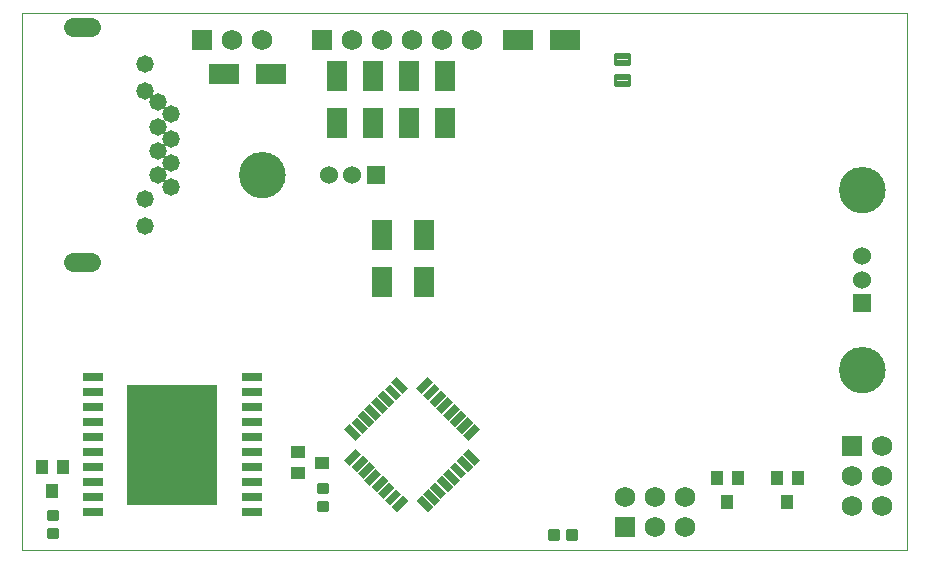
<source format=gts>
G75*
%MOIN*%
%OFA0B0*%
%FSLAX24Y24*%
%IPPOS*%
%LPD*%
%AMOC8*
5,1,8,0,0,1.08239X$1,22.5*
%
%ADD10C,0.0000*%
%ADD11C,0.1535*%
%ADD12R,0.0595X0.0595*%
%ADD13C,0.0600*%
%ADD14R,0.0490X0.0440*%
%ADD15R,0.0440X0.0490*%
%ADD16R,0.0540X0.0260*%
%ADD17R,0.0260X0.0540*%
%ADD18C,0.0098*%
%ADD19C,0.0631*%
%ADD20C,0.0580*%
%ADD21C,0.0110*%
%ADD22R,0.0690X0.0290*%
%ADD23R,0.3040X0.4040*%
%ADD24R,0.0690X0.0690*%
%ADD25C,0.0690*%
%ADD26R,0.0709X0.1024*%
%ADD27R,0.1024X0.0709*%
D10*
X002304Y000981D02*
X002304Y018851D01*
X031796Y018851D01*
X031796Y000981D01*
X002304Y000981D01*
X009557Y013481D02*
X009559Y013536D01*
X009565Y013590D01*
X009575Y013643D01*
X009589Y013696D01*
X009606Y013748D01*
X009628Y013798D01*
X009653Y013847D01*
X009681Y013893D01*
X009713Y013938D01*
X009748Y013979D01*
X009786Y014019D01*
X009826Y014055D01*
X009869Y014089D01*
X009915Y014119D01*
X009962Y014145D01*
X010012Y014168D01*
X010063Y014188D01*
X010115Y014204D01*
X010168Y014216D01*
X010222Y014224D01*
X010277Y014228D01*
X010331Y014228D01*
X010386Y014224D01*
X010440Y014216D01*
X010493Y014204D01*
X010545Y014188D01*
X010596Y014168D01*
X010646Y014145D01*
X010693Y014119D01*
X010739Y014089D01*
X010782Y014055D01*
X010822Y014019D01*
X010860Y013979D01*
X010895Y013938D01*
X010927Y013893D01*
X010955Y013847D01*
X010980Y013798D01*
X011002Y013748D01*
X011019Y013696D01*
X011033Y013643D01*
X011043Y013590D01*
X011049Y013536D01*
X011051Y013481D01*
X011049Y013426D01*
X011043Y013372D01*
X011033Y013319D01*
X011019Y013266D01*
X011002Y013214D01*
X010980Y013164D01*
X010955Y013115D01*
X010927Y013069D01*
X010895Y013024D01*
X010860Y012983D01*
X010822Y012943D01*
X010782Y012907D01*
X010739Y012873D01*
X010693Y012843D01*
X010646Y012817D01*
X010596Y012794D01*
X010545Y012774D01*
X010493Y012758D01*
X010440Y012746D01*
X010386Y012738D01*
X010331Y012734D01*
X010277Y012734D01*
X010222Y012738D01*
X010168Y012746D01*
X010115Y012758D01*
X010063Y012774D01*
X010012Y012794D01*
X009962Y012817D01*
X009915Y012843D01*
X009869Y012873D01*
X009826Y012907D01*
X009786Y012943D01*
X009748Y012983D01*
X009713Y013024D01*
X009681Y013069D01*
X009653Y013115D01*
X009628Y013164D01*
X009606Y013214D01*
X009589Y013266D01*
X009575Y013319D01*
X009565Y013372D01*
X009559Y013426D01*
X009557Y013481D01*
X029557Y012981D02*
X029559Y013036D01*
X029565Y013090D01*
X029575Y013143D01*
X029589Y013196D01*
X029606Y013248D01*
X029628Y013298D01*
X029653Y013347D01*
X029681Y013393D01*
X029713Y013438D01*
X029748Y013479D01*
X029786Y013519D01*
X029826Y013555D01*
X029869Y013589D01*
X029915Y013619D01*
X029962Y013645D01*
X030012Y013668D01*
X030063Y013688D01*
X030115Y013704D01*
X030168Y013716D01*
X030222Y013724D01*
X030277Y013728D01*
X030331Y013728D01*
X030386Y013724D01*
X030440Y013716D01*
X030493Y013704D01*
X030545Y013688D01*
X030596Y013668D01*
X030646Y013645D01*
X030693Y013619D01*
X030739Y013589D01*
X030782Y013555D01*
X030822Y013519D01*
X030860Y013479D01*
X030895Y013438D01*
X030927Y013393D01*
X030955Y013347D01*
X030980Y013298D01*
X031002Y013248D01*
X031019Y013196D01*
X031033Y013143D01*
X031043Y013090D01*
X031049Y013036D01*
X031051Y012981D01*
X031049Y012926D01*
X031043Y012872D01*
X031033Y012819D01*
X031019Y012766D01*
X031002Y012714D01*
X030980Y012664D01*
X030955Y012615D01*
X030927Y012569D01*
X030895Y012524D01*
X030860Y012483D01*
X030822Y012443D01*
X030782Y012407D01*
X030739Y012373D01*
X030693Y012343D01*
X030646Y012317D01*
X030596Y012294D01*
X030545Y012274D01*
X030493Y012258D01*
X030440Y012246D01*
X030386Y012238D01*
X030331Y012234D01*
X030277Y012234D01*
X030222Y012238D01*
X030168Y012246D01*
X030115Y012258D01*
X030063Y012274D01*
X030012Y012294D01*
X029962Y012317D01*
X029915Y012343D01*
X029869Y012373D01*
X029826Y012407D01*
X029786Y012443D01*
X029748Y012483D01*
X029713Y012524D01*
X029681Y012569D01*
X029653Y012615D01*
X029628Y012664D01*
X029606Y012714D01*
X029589Y012766D01*
X029575Y012819D01*
X029565Y012872D01*
X029559Y012926D01*
X029557Y012981D01*
X029557Y006981D02*
X029559Y007036D01*
X029565Y007090D01*
X029575Y007143D01*
X029589Y007196D01*
X029606Y007248D01*
X029628Y007298D01*
X029653Y007347D01*
X029681Y007393D01*
X029713Y007438D01*
X029748Y007479D01*
X029786Y007519D01*
X029826Y007555D01*
X029869Y007589D01*
X029915Y007619D01*
X029962Y007645D01*
X030012Y007668D01*
X030063Y007688D01*
X030115Y007704D01*
X030168Y007716D01*
X030222Y007724D01*
X030277Y007728D01*
X030331Y007728D01*
X030386Y007724D01*
X030440Y007716D01*
X030493Y007704D01*
X030545Y007688D01*
X030596Y007668D01*
X030646Y007645D01*
X030693Y007619D01*
X030739Y007589D01*
X030782Y007555D01*
X030822Y007519D01*
X030860Y007479D01*
X030895Y007438D01*
X030927Y007393D01*
X030955Y007347D01*
X030980Y007298D01*
X031002Y007248D01*
X031019Y007196D01*
X031033Y007143D01*
X031043Y007090D01*
X031049Y007036D01*
X031051Y006981D01*
X031049Y006926D01*
X031043Y006872D01*
X031033Y006819D01*
X031019Y006766D01*
X031002Y006714D01*
X030980Y006664D01*
X030955Y006615D01*
X030927Y006569D01*
X030895Y006524D01*
X030860Y006483D01*
X030822Y006443D01*
X030782Y006407D01*
X030739Y006373D01*
X030693Y006343D01*
X030646Y006317D01*
X030596Y006294D01*
X030545Y006274D01*
X030493Y006258D01*
X030440Y006246D01*
X030386Y006238D01*
X030331Y006234D01*
X030277Y006234D01*
X030222Y006238D01*
X030168Y006246D01*
X030115Y006258D01*
X030063Y006274D01*
X030012Y006294D01*
X029962Y006317D01*
X029915Y006343D01*
X029869Y006373D01*
X029826Y006407D01*
X029786Y006443D01*
X029748Y006483D01*
X029713Y006524D01*
X029681Y006569D01*
X029653Y006615D01*
X029628Y006664D01*
X029606Y006714D01*
X029589Y006766D01*
X029575Y006819D01*
X029565Y006872D01*
X029559Y006926D01*
X029557Y006981D01*
D11*
X030304Y006981D03*
X030304Y012981D03*
X010304Y013481D03*
D12*
X014091Y013481D03*
X030304Y009194D03*
D13*
X030304Y009981D03*
X030304Y010768D03*
X013304Y013481D03*
X012517Y013481D03*
D14*
X011504Y004231D03*
X011504Y003531D03*
X012304Y003881D03*
D15*
X003654Y003731D03*
X002954Y003731D03*
X003304Y002931D03*
X025454Y003381D03*
X026154Y003381D03*
X025804Y002581D03*
X027454Y003381D03*
X028154Y003381D03*
X027804Y002581D03*
D16*
G36*
X017376Y003783D02*
X016996Y004163D01*
X017180Y004347D01*
X017560Y003967D01*
X017376Y003783D01*
G37*
G36*
X017154Y003561D02*
X016774Y003941D01*
X016958Y004125D01*
X017338Y003745D01*
X017154Y003561D01*
G37*
G36*
X016931Y003338D02*
X016551Y003718D01*
X016735Y003902D01*
X017115Y003522D01*
X016931Y003338D01*
G37*
G36*
X016708Y003115D02*
X016328Y003495D01*
X016512Y003679D01*
X016892Y003299D01*
X016708Y003115D01*
G37*
G36*
X016486Y002893D02*
X016106Y003273D01*
X016290Y003457D01*
X016670Y003077D01*
X016486Y002893D01*
G37*
G36*
X016263Y002670D02*
X015883Y003050D01*
X016067Y003234D01*
X016447Y002854D01*
X016263Y002670D01*
G37*
G36*
X016040Y002447D02*
X015660Y002827D01*
X015844Y003011D01*
X016224Y002631D01*
X016040Y002447D01*
G37*
G36*
X015818Y002224D02*
X015438Y002604D01*
X015622Y002788D01*
X016002Y002408D01*
X015818Y002224D01*
G37*
G36*
X013427Y004614D02*
X013047Y004994D01*
X013231Y005178D01*
X013611Y004798D01*
X013427Y004614D01*
G37*
G36*
X013650Y004837D02*
X013270Y005217D01*
X013454Y005401D01*
X013834Y005021D01*
X013650Y004837D01*
G37*
G36*
X013873Y005060D02*
X013493Y005440D01*
X013677Y005624D01*
X014057Y005244D01*
X013873Y005060D01*
G37*
G36*
X014096Y005283D02*
X013716Y005663D01*
X013900Y005847D01*
X014280Y005467D01*
X014096Y005283D01*
G37*
G36*
X014318Y005505D02*
X013938Y005885D01*
X014122Y006069D01*
X014502Y005689D01*
X014318Y005505D01*
G37*
G36*
X014541Y005728D02*
X014161Y006108D01*
X014345Y006292D01*
X014725Y005912D01*
X014541Y005728D01*
G37*
G36*
X014764Y005951D02*
X014384Y006331D01*
X014568Y006515D01*
X014948Y006135D01*
X014764Y005951D01*
G37*
G36*
X014986Y006173D02*
X014606Y006553D01*
X014790Y006737D01*
X015170Y006357D01*
X014986Y006173D01*
G37*
D17*
G36*
X015622Y006173D02*
X015438Y006357D01*
X015818Y006737D01*
X016002Y006553D01*
X015622Y006173D01*
G37*
G36*
X015844Y005951D02*
X015660Y006135D01*
X016040Y006515D01*
X016224Y006331D01*
X015844Y005951D01*
G37*
G36*
X016067Y005728D02*
X015883Y005912D01*
X016263Y006292D01*
X016447Y006108D01*
X016067Y005728D01*
G37*
G36*
X016290Y005505D02*
X016106Y005689D01*
X016486Y006069D01*
X016670Y005885D01*
X016290Y005505D01*
G37*
G36*
X016512Y005283D02*
X016328Y005467D01*
X016708Y005847D01*
X016892Y005663D01*
X016512Y005283D01*
G37*
G36*
X016735Y005060D02*
X016551Y005244D01*
X016931Y005624D01*
X017115Y005440D01*
X016735Y005060D01*
G37*
G36*
X016958Y004837D02*
X016774Y005021D01*
X017154Y005401D01*
X017338Y005217D01*
X016958Y004837D01*
G37*
G36*
X017180Y004614D02*
X016996Y004798D01*
X017376Y005178D01*
X017560Y004994D01*
X017180Y004614D01*
G37*
G36*
X014345Y002670D02*
X014161Y002854D01*
X014541Y003234D01*
X014725Y003050D01*
X014345Y002670D01*
G37*
G36*
X014568Y002447D02*
X014384Y002631D01*
X014764Y003011D01*
X014948Y002827D01*
X014568Y002447D01*
G37*
G36*
X014790Y002224D02*
X014606Y002408D01*
X014986Y002788D01*
X015170Y002604D01*
X014790Y002224D01*
G37*
G36*
X014122Y002893D02*
X013938Y003077D01*
X014318Y003457D01*
X014502Y003273D01*
X014122Y002893D01*
G37*
G36*
X013900Y003115D02*
X013716Y003299D01*
X014096Y003679D01*
X014280Y003495D01*
X013900Y003115D01*
G37*
G36*
X013677Y003338D02*
X013493Y003522D01*
X013873Y003902D01*
X014057Y003718D01*
X013677Y003338D01*
G37*
G36*
X013454Y003561D02*
X013270Y003745D01*
X013650Y004125D01*
X013834Y003941D01*
X013454Y003561D01*
G37*
G36*
X013231Y003783D02*
X013047Y003967D01*
X013427Y004347D01*
X013611Y004163D01*
X013231Y003783D01*
G37*
D18*
X012450Y003177D02*
X012450Y002885D01*
X012158Y002885D01*
X012158Y003177D01*
X012450Y003177D01*
X012450Y002982D02*
X012158Y002982D01*
X012158Y003079D02*
X012450Y003079D01*
X012450Y003176D02*
X012158Y003176D01*
X012450Y002577D02*
X012450Y002285D01*
X012158Y002285D01*
X012158Y002577D01*
X012450Y002577D01*
X012450Y002382D02*
X012158Y002382D01*
X012158Y002479D02*
X012450Y002479D01*
X012450Y002576D02*
X012158Y002576D01*
X019858Y001627D02*
X020150Y001627D01*
X020150Y001335D01*
X019858Y001335D01*
X019858Y001627D01*
X019858Y001432D02*
X020150Y001432D01*
X020150Y001529D02*
X019858Y001529D01*
X019858Y001626D02*
X020150Y001626D01*
X020458Y001627D02*
X020750Y001627D01*
X020750Y001335D01*
X020458Y001335D01*
X020458Y001627D01*
X020458Y001432D02*
X020750Y001432D01*
X020750Y001529D02*
X020458Y001529D01*
X020458Y001626D02*
X020750Y001626D01*
X003450Y001677D02*
X003450Y001385D01*
X003158Y001385D01*
X003158Y001677D01*
X003450Y001677D01*
X003450Y001482D02*
X003158Y001482D01*
X003158Y001579D02*
X003450Y001579D01*
X003450Y001676D02*
X003158Y001676D01*
X003450Y001985D02*
X003450Y002277D01*
X003450Y001985D02*
X003158Y001985D01*
X003158Y002277D01*
X003450Y002277D01*
X003450Y002082D02*
X003158Y002082D01*
X003158Y002179D02*
X003450Y002179D01*
X003450Y002276D02*
X003158Y002276D01*
D19*
X004009Y010575D02*
X004599Y010575D01*
X004599Y018386D02*
X004009Y018386D01*
D20*
X006398Y017182D03*
X006398Y016280D03*
X006824Y015886D03*
X007257Y015485D03*
X006824Y015083D03*
X007257Y014682D03*
X006824Y014280D03*
X007257Y013879D03*
X006824Y013477D03*
X007257Y013075D03*
X006398Y012682D03*
X006398Y011780D03*
D21*
X022544Y016466D02*
X022544Y016796D01*
X022544Y016466D02*
X022064Y016466D01*
X022064Y016796D01*
X022544Y016796D01*
X022544Y016575D02*
X022064Y016575D01*
X022064Y016684D02*
X022544Y016684D01*
X022544Y016793D02*
X022064Y016793D01*
X022544Y017166D02*
X022544Y017496D01*
X022544Y017166D02*
X022064Y017166D01*
X022064Y017496D01*
X022544Y017496D01*
X022544Y017275D02*
X022064Y017275D01*
X022064Y017384D02*
X022544Y017384D01*
X022544Y017493D02*
X022064Y017493D01*
D22*
X009954Y006731D03*
X009954Y006231D03*
X009954Y005731D03*
X009954Y005231D03*
X009954Y004731D03*
X009954Y004231D03*
X009954Y003731D03*
X009954Y003231D03*
X009954Y002731D03*
X009954Y002231D03*
X004654Y002231D03*
X004654Y002731D03*
X004654Y003231D03*
X004654Y003731D03*
X004654Y004231D03*
X004654Y004731D03*
X004654Y005231D03*
X004654Y005731D03*
X004654Y006231D03*
X004654Y006731D03*
D23*
X007304Y004481D03*
D24*
X022404Y001731D03*
X029954Y004431D03*
X012304Y017981D03*
X008304Y017981D03*
D25*
X009304Y017981D03*
X010304Y017981D03*
X013304Y017981D03*
X014304Y017981D03*
X015304Y017981D03*
X016304Y017981D03*
X017304Y017981D03*
X030954Y004431D03*
X030954Y003431D03*
X029954Y003431D03*
X029954Y002431D03*
X030954Y002431D03*
X024404Y002731D03*
X023404Y002731D03*
X022404Y002731D03*
X023404Y001731D03*
X024404Y001731D03*
D26*
X015704Y009894D03*
X014304Y009894D03*
X014304Y011468D03*
X015704Y011468D03*
X015204Y015194D03*
X016404Y015194D03*
X016404Y016768D03*
X015204Y016768D03*
X014004Y016768D03*
X012804Y016768D03*
X012804Y015194D03*
X014004Y015194D03*
D27*
X010591Y016831D03*
X009017Y016831D03*
X018817Y017981D03*
X020391Y017981D03*
M02*

</source>
